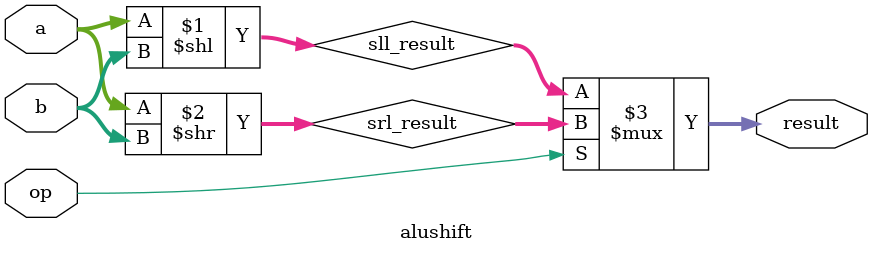
<source format=v>
`timescale 1ns / 1ps
module alushift (
    input           [31:0]  a,          // Value to shift
    input           [4:0]  b,          // Shift amount in b[4:0]
    input                   op,         // 0 = SLL (left), 1 = SRL (right)
    output          [31:0]  result
);

    wire [31:0] sll_result;
    wire [31:0] srl_result;

    assign #2 sll_result = a << b;  // Shift Left Logical
    assign #2 srl_result = a >> b;  // Shift Right Logical

    assign #1 result = op ? srl_result : sll_result;

endmodule

</source>
